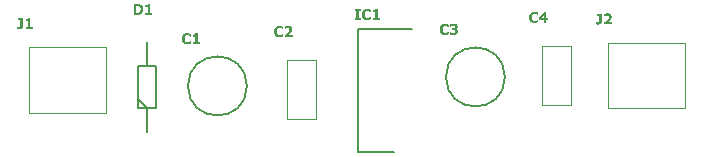
<source format=gto>
G04*
G04 #@! TF.GenerationSoftware,Altium Limited,Altium Designer,23.1.1 (15)*
G04*
G04 Layer_Color=65535*
%FSLAX44Y44*%
%MOMM*%
G71*
G04*
G04 #@! TF.SameCoordinates,192AC858-DC75-4971-91E7-501E18B89E25*
G04*
G04*
G04 #@! TF.FilePolarity,Positive*
G04*
G01*
G75*
%ADD10C,0.2000*%
%ADD11C,0.1000*%
G36*
X325194Y-10734D02*
X325349D01*
X325518Y-10748D01*
X325857Y-10790D01*
X325871D01*
X325927Y-10804D01*
X326012Y-10818D01*
X326124Y-10833D01*
X326251Y-10861D01*
X326392Y-10889D01*
X326702Y-10959D01*
X326716D01*
X326759Y-10973D01*
X326815Y-11002D01*
X326900Y-11030D01*
X326998Y-11058D01*
X327125Y-11114D01*
X327379Y-11213D01*
X327393D01*
X327435Y-11241D01*
X327506Y-11270D01*
X327590Y-11312D01*
X327788Y-11396D01*
X327985Y-11495D01*
Y-13666D01*
X327731D01*
X327717Y-13638D01*
X327633Y-13567D01*
X327492Y-13469D01*
X327323Y-13328D01*
X327309Y-13313D01*
X327280Y-13285D01*
X327224Y-13257D01*
X327153Y-13201D01*
X327069Y-13144D01*
X326984Y-13074D01*
X326759Y-12933D01*
X326745Y-12919D01*
X326702Y-12905D01*
X326632Y-12862D01*
X326547Y-12820D01*
X326434Y-12764D01*
X326322Y-12707D01*
X326040Y-12595D01*
X326026D01*
X325969Y-12566D01*
X325899Y-12552D01*
X325800Y-12524D01*
X325673Y-12496D01*
X325546Y-12482D01*
X325250Y-12454D01*
X325166D01*
X325067Y-12468D01*
X324940D01*
X324799Y-12496D01*
X324644Y-12524D01*
X324489Y-12566D01*
X324334Y-12623D01*
X324320D01*
X324263Y-12651D01*
X324179Y-12693D01*
X324080Y-12750D01*
X323968Y-12820D01*
X323826Y-12919D01*
X323685Y-13032D01*
X323545Y-13159D01*
X323531Y-13173D01*
X323488Y-13229D01*
X323418Y-13299D01*
X323347Y-13412D01*
X323248Y-13539D01*
X323164Y-13708D01*
X323065Y-13892D01*
X322981Y-14103D01*
X322967Y-14131D01*
X322952Y-14202D01*
X322910Y-14329D01*
X322882Y-14498D01*
X322840Y-14709D01*
X322797Y-14949D01*
X322783Y-15217D01*
X322769Y-15513D01*
Y-15527D01*
Y-15555D01*
Y-15597D01*
Y-15654D01*
X322783Y-15809D01*
X322797Y-16006D01*
X322826Y-16232D01*
X322868Y-16471D01*
X322924Y-16711D01*
X322995Y-16937D01*
X323009Y-16965D01*
X323037Y-17035D01*
X323079Y-17134D01*
X323150Y-17275D01*
X323234Y-17416D01*
X323347Y-17571D01*
X323460Y-17726D01*
X323587Y-17867D01*
X323601Y-17881D01*
X323643Y-17923D01*
X323728Y-17980D01*
X323812Y-18064D01*
X323939Y-18149D01*
X324066Y-18233D01*
X324221Y-18304D01*
X324376Y-18374D01*
X324390D01*
X324461Y-18403D01*
X324546Y-18417D01*
X324658Y-18445D01*
X324785Y-18473D01*
X324940Y-18487D01*
X325264Y-18515D01*
X325335D01*
X325434Y-18501D01*
X325546D01*
X325673Y-18487D01*
X325814Y-18459D01*
X326124Y-18374D01*
X326138Y-18360D01*
X326195Y-18346D01*
X326265Y-18318D01*
X326364Y-18276D01*
X326590Y-18163D01*
X326815Y-18036D01*
X326829Y-18022D01*
X326871Y-18008D01*
X326928Y-17966D01*
X326998Y-17923D01*
X327168Y-17796D01*
X327351Y-17655D01*
X327365Y-17641D01*
X327393Y-17627D01*
X327435Y-17585D01*
X327492Y-17543D01*
X327633Y-17430D01*
X327774Y-17303D01*
X327985D01*
Y-19474D01*
X327971D01*
X327943Y-19488D01*
X327886Y-19516D01*
X327816Y-19544D01*
X327731Y-19587D01*
X327633Y-19629D01*
X327393Y-19742D01*
X327379D01*
X327337Y-19770D01*
X327266Y-19798D01*
X327182Y-19826D01*
X327083Y-19869D01*
X326970Y-19911D01*
X326716Y-19995D01*
X326702D01*
X326646Y-20010D01*
X326561Y-20038D01*
X326449Y-20066D01*
X326322Y-20094D01*
X326181Y-20122D01*
X325899Y-20179D01*
X325885D01*
X325828Y-20193D01*
X325744Y-20207D01*
X325631D01*
X325490Y-20221D01*
X325307Y-20235D01*
X325109Y-20249D01*
X324785D01*
X324672Y-20235D01*
X324531D01*
X324362Y-20207D01*
X324151Y-20179D01*
X323925Y-20151D01*
X323685Y-20094D01*
X323432Y-20024D01*
X323164Y-19939D01*
X322896Y-19840D01*
X322628Y-19728D01*
X322346Y-19587D01*
X322093Y-19418D01*
X321839Y-19220D01*
X321599Y-19009D01*
X321585Y-18995D01*
X321543Y-18952D01*
X321486Y-18882D01*
X321416Y-18783D01*
X321317Y-18656D01*
X321219Y-18501D01*
X321106Y-18318D01*
X320993Y-18106D01*
X320880Y-17867D01*
X320768Y-17613D01*
X320669Y-17317D01*
X320570Y-17007D01*
X320500Y-16669D01*
X320443Y-16302D01*
X320401Y-15907D01*
X320387Y-15499D01*
Y-15470D01*
Y-15400D01*
X320401Y-15287D01*
Y-15132D01*
X320429Y-14949D01*
X320457Y-14737D01*
X320485Y-14498D01*
X320542Y-14244D01*
X320598Y-13976D01*
X320683Y-13694D01*
X320782Y-13398D01*
X320894Y-13102D01*
X321035Y-12820D01*
X321204Y-12538D01*
X321388Y-12270D01*
X321599Y-12017D01*
X321613Y-12003D01*
X321656Y-11960D01*
X321726Y-11890D01*
X321825Y-11819D01*
X321937Y-11721D01*
X322093Y-11608D01*
X322262Y-11495D01*
X322459Y-11368D01*
X322685Y-11241D01*
X322924Y-11128D01*
X323206Y-11016D01*
X323488Y-10917D01*
X323798Y-10833D01*
X324137Y-10776D01*
X324489Y-10734D01*
X324870Y-10720D01*
X325067D01*
X325194Y-10734D01*
D02*
G37*
G36*
X333779Y-18459D02*
X335668D01*
Y-20066D01*
X329606D01*
Y-18459D01*
X331538D01*
Y-13624D01*
X329606D01*
Y-12129D01*
X329874D01*
X330001Y-12115D01*
X330142D01*
X330438Y-12087D01*
X330452D01*
X330508Y-12073D01*
X330579Y-12059D01*
X330678Y-12045D01*
X330903Y-11988D01*
X331016Y-11946D01*
X331115Y-11904D01*
X331129Y-11890D01*
X331157Y-11876D01*
X331213Y-11847D01*
X331284Y-11791D01*
X331425Y-11678D01*
X331566Y-11509D01*
X331580Y-11495D01*
X331594Y-11467D01*
X331622Y-11410D01*
X331650Y-11340D01*
X331693Y-11241D01*
X331721Y-11128D01*
X331749Y-11016D01*
X331763Y-10875D01*
X333779D01*
Y-18459D01*
D02*
G37*
G36*
X319400Y-12496D02*
X318075D01*
Y-18459D01*
X319400D01*
Y-20066D01*
X314452D01*
Y-18459D01*
X315777D01*
Y-12496D01*
X314452D01*
Y-10889D01*
X319400D01*
Y-12496D01*
D02*
G37*
G36*
X250933Y-25212D02*
X251088D01*
X251257Y-25226D01*
X251596Y-25268D01*
X251610D01*
X251666Y-25282D01*
X251751Y-25296D01*
X251863Y-25310D01*
X251990Y-25339D01*
X252131Y-25367D01*
X252442Y-25437D01*
X252456D01*
X252498Y-25451D01*
X252554Y-25480D01*
X252639Y-25508D01*
X252738Y-25536D01*
X252864Y-25592D01*
X253118Y-25691D01*
X253132D01*
X253174Y-25719D01*
X253245Y-25747D01*
X253330Y-25790D01*
X253527Y-25874D01*
X253724Y-25973D01*
Y-28144D01*
X253470D01*
X253456Y-28116D01*
X253372Y-28045D01*
X253231Y-27947D01*
X253062Y-27806D01*
X253048Y-27792D01*
X253019Y-27763D01*
X252963Y-27735D01*
X252893Y-27679D01*
X252808Y-27622D01*
X252723Y-27552D01*
X252498Y-27411D01*
X252484Y-27397D01*
X252442Y-27383D01*
X252371Y-27340D01*
X252286Y-27298D01*
X252174Y-27242D01*
X252061Y-27185D01*
X251779Y-27073D01*
X251765D01*
X251708Y-27044D01*
X251638Y-27030D01*
X251539Y-27002D01*
X251412Y-26974D01*
X251285Y-26960D01*
X250989Y-26932D01*
X250905D01*
X250806Y-26946D01*
X250679D01*
X250538Y-26974D01*
X250383Y-27002D01*
X250228Y-27044D01*
X250073Y-27101D01*
X250059D01*
X250003Y-27129D01*
X249918Y-27171D01*
X249819Y-27228D01*
X249707Y-27298D01*
X249566Y-27397D01*
X249425Y-27510D01*
X249284Y-27636D01*
X249270Y-27651D01*
X249227Y-27707D01*
X249157Y-27777D01*
X249086Y-27890D01*
X248988Y-28017D01*
X248903Y-28186D01*
X248804Y-28370D01*
X248720Y-28581D01*
X248706Y-28609D01*
X248692Y-28680D01*
X248649Y-28807D01*
X248621Y-28976D01*
X248579Y-29187D01*
X248537Y-29427D01*
X248522Y-29695D01*
X248508Y-29991D01*
Y-30005D01*
Y-30033D01*
Y-30075D01*
Y-30132D01*
X248522Y-30287D01*
X248537Y-30484D01*
X248565Y-30710D01*
X248607Y-30949D01*
X248664Y-31189D01*
X248734Y-31414D01*
X248748Y-31443D01*
X248776Y-31513D01*
X248818Y-31612D01*
X248889Y-31753D01*
X248974Y-31894D01*
X249086Y-32049D01*
X249199Y-32204D01*
X249326Y-32345D01*
X249340Y-32359D01*
X249382Y-32401D01*
X249467Y-32458D01*
X249552Y-32542D01*
X249678Y-32627D01*
X249805Y-32711D01*
X249960Y-32782D01*
X250116Y-32852D01*
X250130D01*
X250200Y-32881D01*
X250285Y-32895D01*
X250397Y-32923D01*
X250524Y-32951D01*
X250679Y-32965D01*
X251004Y-32993D01*
X251074D01*
X251173Y-32979D01*
X251285D01*
X251412Y-32965D01*
X251553Y-32937D01*
X251863Y-32852D01*
X251878Y-32838D01*
X251934Y-32824D01*
X252004Y-32796D01*
X252103Y-32754D01*
X252329Y-32641D01*
X252554Y-32514D01*
X252568Y-32500D01*
X252611Y-32486D01*
X252667Y-32443D01*
X252738Y-32401D01*
X252907Y-32274D01*
X253090Y-32133D01*
X253104Y-32119D01*
X253132Y-32105D01*
X253174Y-32063D01*
X253231Y-32021D01*
X253372Y-31908D01*
X253513Y-31781D01*
X253724D01*
Y-33952D01*
X253710D01*
X253682Y-33966D01*
X253626Y-33994D01*
X253555Y-34022D01*
X253470Y-34065D01*
X253372Y-34107D01*
X253132Y-34220D01*
X253118D01*
X253076Y-34248D01*
X253005Y-34276D01*
X252921Y-34304D01*
X252822Y-34347D01*
X252709Y-34389D01*
X252456Y-34474D01*
X252442D01*
X252385Y-34488D01*
X252300Y-34516D01*
X252188Y-34544D01*
X252061Y-34572D01*
X251920Y-34600D01*
X251638Y-34657D01*
X251624D01*
X251567Y-34671D01*
X251483Y-34685D01*
X251370D01*
X251229Y-34699D01*
X251046Y-34713D01*
X250849Y-34727D01*
X250524D01*
X250411Y-34713D01*
X250271D01*
X250101Y-34685D01*
X249890Y-34657D01*
X249664Y-34629D01*
X249425Y-34572D01*
X249171Y-34502D01*
X248903Y-34417D01*
X248635Y-34318D01*
X248367Y-34206D01*
X248085Y-34065D01*
X247832Y-33895D01*
X247578Y-33698D01*
X247338Y-33487D01*
X247324Y-33473D01*
X247282Y-33430D01*
X247226Y-33360D01*
X247155Y-33261D01*
X247056Y-33134D01*
X246958Y-32979D01*
X246845Y-32796D01*
X246732Y-32585D01*
X246619Y-32345D01*
X246507Y-32091D01*
X246408Y-31795D01*
X246309Y-31485D01*
X246239Y-31147D01*
X246182Y-30780D01*
X246140Y-30385D01*
X246126Y-29977D01*
Y-29948D01*
Y-29878D01*
X246140Y-29765D01*
Y-29610D01*
X246168Y-29427D01*
X246196Y-29215D01*
X246225Y-28976D01*
X246281Y-28722D01*
X246338Y-28454D01*
X246422Y-28172D01*
X246521Y-27876D01*
X246633Y-27580D01*
X246775Y-27298D01*
X246944Y-27016D01*
X247127Y-26748D01*
X247338Y-26495D01*
X247352Y-26481D01*
X247395Y-26438D01*
X247465Y-26368D01*
X247564Y-26297D01*
X247677Y-26199D01*
X247832Y-26086D01*
X248001Y-25973D01*
X248198Y-25846D01*
X248424Y-25719D01*
X248664Y-25607D01*
X248945Y-25494D01*
X249227Y-25395D01*
X249538Y-25310D01*
X249876Y-25254D01*
X250228Y-25212D01*
X250609Y-25198D01*
X250806D01*
X250933Y-25212D01*
D02*
G37*
G36*
X258348D02*
X258489Y-25226D01*
X258644Y-25240D01*
X258813Y-25254D01*
X259011Y-25282D01*
X259405Y-25381D01*
X259814Y-25508D01*
X260026Y-25592D01*
X260209Y-25691D01*
X260392Y-25804D01*
X260561Y-25931D01*
X260575Y-25945D01*
X260604Y-25959D01*
X260646Y-26001D01*
X260688Y-26072D01*
X260759Y-26142D01*
X260829Y-26227D01*
X260900Y-26339D01*
X260984Y-26466D01*
X261069Y-26593D01*
X261139Y-26748D01*
X261210Y-26918D01*
X261280Y-27101D01*
X261323Y-27298D01*
X261365Y-27510D01*
X261393Y-27735D01*
X261407Y-27975D01*
Y-27989D01*
Y-28017D01*
Y-28059D01*
Y-28116D01*
X261393Y-28186D01*
Y-28271D01*
X261365Y-28482D01*
X261308Y-28722D01*
X261238Y-28990D01*
X261139Y-29272D01*
X261012Y-29568D01*
Y-29582D01*
X260998Y-29596D01*
X260970Y-29638D01*
X260942Y-29709D01*
X260900Y-29779D01*
X260843Y-29864D01*
X260716Y-30061D01*
X260533Y-30315D01*
X260322Y-30597D01*
X260054Y-30907D01*
X259744Y-31231D01*
X259715Y-31259D01*
X259645Y-31330D01*
X259546Y-31429D01*
X259405Y-31555D01*
X259236Y-31711D01*
X259067Y-31880D01*
X258672Y-32218D01*
X258644Y-32232D01*
X258588Y-32288D01*
X258489Y-32359D01*
X258376Y-32443D01*
X258137Y-32641D01*
X258010Y-32740D01*
X257911Y-32810D01*
X261802D01*
Y-34544D01*
X255063D01*
Y-33050D01*
X255078Y-33036D01*
X255106Y-33022D01*
X255148Y-32979D01*
X255205Y-32937D01*
X255374Y-32810D01*
X255571Y-32641D01*
X255811Y-32443D01*
X256064Y-32232D01*
X256332Y-32006D01*
X256586Y-31781D01*
X256600Y-31767D01*
X256614Y-31753D01*
X256699Y-31682D01*
X256826Y-31555D01*
X256995Y-31414D01*
X257192Y-31231D01*
X257390Y-31034D01*
X257601Y-30837D01*
X257798Y-30625D01*
X257812Y-30611D01*
X257826Y-30597D01*
X257911Y-30512D01*
X258024Y-30371D01*
X258179Y-30202D01*
X258334Y-30019D01*
X258489Y-29807D01*
X258644Y-29596D01*
X258771Y-29385D01*
X258785Y-29356D01*
X258813Y-29286D01*
X258870Y-29187D01*
X258926Y-29046D01*
X258983Y-28877D01*
X259039Y-28694D01*
X259067Y-28496D01*
X259081Y-28285D01*
Y-28271D01*
Y-28257D01*
Y-28186D01*
X259067Y-28059D01*
X259039Y-27918D01*
X258983Y-27763D01*
X258912Y-27608D01*
X258813Y-27453D01*
X258686Y-27312D01*
X258672Y-27298D01*
X258616Y-27256D01*
X258531Y-27199D01*
X258419Y-27129D01*
X258263Y-27073D01*
X258080Y-27016D01*
X257869Y-26974D01*
X257629Y-26960D01*
X257502D01*
X257418Y-26974D01*
X257319Y-26988D01*
X257206Y-27002D01*
X256967Y-27058D01*
X256952D01*
X256910Y-27073D01*
X256854Y-27087D01*
X256769Y-27115D01*
X256671Y-27143D01*
X256572Y-27185D01*
X256332Y-27270D01*
X256318D01*
X256276Y-27298D01*
X256220Y-27326D01*
X256149Y-27355D01*
X255980Y-27453D01*
X255797Y-27566D01*
X255782D01*
X255754Y-27594D01*
X255670Y-27651D01*
X255557Y-27721D01*
X255458Y-27777D01*
X255289D01*
Y-25776D01*
X255303Y-25762D01*
X255359Y-25747D01*
X255458Y-25705D01*
X255585Y-25663D01*
X255754Y-25607D01*
X255952Y-25536D01*
X256205Y-25466D01*
X256487Y-25395D01*
X256501D01*
X256530Y-25381D01*
X256572D01*
X256628Y-25367D01*
X256699Y-25353D01*
X256797Y-25339D01*
X256995Y-25296D01*
X257248Y-25254D01*
X257516Y-25226D01*
X257798Y-25212D01*
X258080Y-25198D01*
X258235D01*
X258348Y-25212D01*
D02*
G37*
G36*
X172701Y-31308D02*
X172856D01*
X173025Y-31322D01*
X173364Y-31364D01*
X173378D01*
X173434Y-31378D01*
X173519Y-31392D01*
X173631Y-31407D01*
X173758Y-31435D01*
X173899Y-31463D01*
X174209Y-31533D01*
X174224D01*
X174266Y-31547D01*
X174322Y-31576D01*
X174407Y-31604D01*
X174506Y-31632D01*
X174632Y-31688D01*
X174886Y-31787D01*
X174900D01*
X174942Y-31815D01*
X175013Y-31844D01*
X175098Y-31886D01*
X175295Y-31970D01*
X175492Y-32069D01*
Y-34240D01*
X175238D01*
X175224Y-34212D01*
X175140Y-34141D01*
X174999Y-34043D01*
X174830Y-33902D01*
X174816Y-33888D01*
X174787Y-33859D01*
X174731Y-33831D01*
X174661Y-33775D01*
X174576Y-33718D01*
X174491Y-33648D01*
X174266Y-33507D01*
X174252Y-33493D01*
X174209Y-33479D01*
X174139Y-33436D01*
X174054Y-33394D01*
X173942Y-33338D01*
X173829Y-33281D01*
X173547Y-33169D01*
X173533D01*
X173476Y-33140D01*
X173406Y-33126D01*
X173307Y-33098D01*
X173180Y-33070D01*
X173053Y-33056D01*
X172757Y-33028D01*
X172673D01*
X172574Y-33042D01*
X172447D01*
X172306Y-33070D01*
X172151Y-33098D01*
X171996Y-33140D01*
X171841Y-33197D01*
X171827D01*
X171771Y-33225D01*
X171686Y-33267D01*
X171587Y-33324D01*
X171475Y-33394D01*
X171334Y-33493D01*
X171193Y-33606D01*
X171052Y-33733D01*
X171038Y-33747D01*
X170995Y-33803D01*
X170925Y-33873D01*
X170854Y-33986D01*
X170756Y-34113D01*
X170671Y-34282D01*
X170572Y-34465D01*
X170488Y-34677D01*
X170474Y-34705D01*
X170460Y-34776D01*
X170417Y-34903D01*
X170389Y-35072D01*
X170347Y-35283D01*
X170305Y-35523D01*
X170291Y-35791D01*
X170276Y-36087D01*
Y-36101D01*
Y-36129D01*
Y-36171D01*
Y-36228D01*
X170291Y-36383D01*
X170305Y-36580D01*
X170333Y-36806D01*
X170375Y-37045D01*
X170431Y-37285D01*
X170502Y-37510D01*
X170516Y-37539D01*
X170544Y-37609D01*
X170586Y-37708D01*
X170657Y-37849D01*
X170742Y-37990D01*
X170854Y-38145D01*
X170967Y-38300D01*
X171094Y-38441D01*
X171108Y-38455D01*
X171150Y-38497D01*
X171235Y-38554D01*
X171320Y-38638D01*
X171446Y-38723D01*
X171573Y-38807D01*
X171728Y-38878D01*
X171884Y-38948D01*
X171898D01*
X171968Y-38977D01*
X172053Y-38991D01*
X172165Y-39019D01*
X172292Y-39047D01*
X172447Y-39061D01*
X172772Y-39089D01*
X172842D01*
X172941Y-39075D01*
X173053D01*
X173180Y-39061D01*
X173321Y-39033D01*
X173631Y-38948D01*
X173646Y-38934D01*
X173702Y-38920D01*
X173772Y-38892D01*
X173871Y-38850D01*
X174097Y-38737D01*
X174322Y-38610D01*
X174336Y-38596D01*
X174379Y-38582D01*
X174435Y-38540D01*
X174506Y-38497D01*
X174675Y-38370D01*
X174858Y-38229D01*
X174872Y-38215D01*
X174900Y-38201D01*
X174942Y-38159D01*
X174999Y-38117D01*
X175140Y-38004D01*
X175281Y-37877D01*
X175492D01*
Y-40048D01*
X175478D01*
X175450Y-40062D01*
X175394Y-40090D01*
X175323Y-40118D01*
X175238Y-40161D01*
X175140Y-40203D01*
X174900Y-40316D01*
X174886D01*
X174844Y-40344D01*
X174773Y-40372D01*
X174689Y-40400D01*
X174590Y-40443D01*
X174477Y-40485D01*
X174224Y-40570D01*
X174209D01*
X174153Y-40584D01*
X174069Y-40612D01*
X173956Y-40640D01*
X173829Y-40668D01*
X173688Y-40696D01*
X173406Y-40753D01*
X173392D01*
X173335Y-40767D01*
X173251Y-40781D01*
X173138D01*
X172997Y-40795D01*
X172814Y-40809D01*
X172617Y-40823D01*
X172292D01*
X172180Y-40809D01*
X172038D01*
X171869Y-40781D01*
X171658Y-40753D01*
X171432Y-40725D01*
X171193Y-40668D01*
X170939Y-40598D01*
X170671Y-40513D01*
X170403Y-40414D01*
X170135Y-40302D01*
X169853Y-40161D01*
X169600Y-39992D01*
X169346Y-39794D01*
X169106Y-39583D01*
X169092Y-39569D01*
X169050Y-39526D01*
X168994Y-39456D01*
X168923Y-39357D01*
X168824Y-39230D01*
X168726Y-39075D01*
X168613Y-38892D01*
X168500Y-38681D01*
X168387Y-38441D01*
X168275Y-38187D01*
X168176Y-37891D01*
X168077Y-37581D01*
X168007Y-37243D01*
X167950Y-36876D01*
X167908Y-36481D01*
X167894Y-36073D01*
Y-36044D01*
Y-35974D01*
X167908Y-35861D01*
Y-35706D01*
X167936Y-35523D01*
X167964Y-35311D01*
X167993Y-35072D01*
X168049Y-34818D01*
X168106Y-34550D01*
X168190Y-34268D01*
X168289Y-33972D01*
X168402Y-33676D01*
X168542Y-33394D01*
X168712Y-33112D01*
X168895Y-32844D01*
X169106Y-32591D01*
X169120Y-32576D01*
X169163Y-32534D01*
X169233Y-32464D01*
X169332Y-32393D01*
X169445Y-32295D01*
X169600Y-32182D01*
X169769Y-32069D01*
X169966Y-31942D01*
X170192Y-31815D01*
X170431Y-31702D01*
X170713Y-31590D01*
X170995Y-31491D01*
X171306Y-31407D01*
X171644Y-31350D01*
X171996Y-31308D01*
X172377Y-31294D01*
X172574D01*
X172701Y-31308D01*
D02*
G37*
G36*
X181286Y-39033D02*
X183175D01*
Y-40640D01*
X177113D01*
Y-39033D01*
X179045D01*
Y-34198D01*
X177113D01*
Y-32703D01*
X177381D01*
X177508Y-32689D01*
X177649D01*
X177945Y-32661D01*
X177959D01*
X178016Y-32647D01*
X178086Y-32633D01*
X178185Y-32619D01*
X178410Y-32562D01*
X178523Y-32520D01*
X178622Y-32478D01*
X178636Y-32464D01*
X178664Y-32450D01*
X178720Y-32421D01*
X178791Y-32365D01*
X178932Y-32252D01*
X179073Y-32083D01*
X179087Y-32069D01*
X179101Y-32041D01*
X179129Y-31984D01*
X179158Y-31914D01*
X179200Y-31815D01*
X179228Y-31702D01*
X179256Y-31590D01*
X179270Y-31449D01*
X181286D01*
Y-39033D01*
D02*
G37*
G36*
X466833Y-13274D02*
X466988D01*
X467157Y-13288D01*
X467496Y-13330D01*
X467510D01*
X467566Y-13344D01*
X467651Y-13358D01*
X467763Y-13372D01*
X467890Y-13401D01*
X468031Y-13429D01*
X468341Y-13499D01*
X468356D01*
X468398Y-13513D01*
X468454Y-13542D01*
X468539Y-13570D01*
X468638Y-13598D01*
X468764Y-13654D01*
X469018Y-13753D01*
X469032D01*
X469075Y-13781D01*
X469145Y-13809D01*
X469230Y-13852D01*
X469427Y-13936D01*
X469624Y-14035D01*
Y-16206D01*
X469370D01*
X469356Y-16178D01*
X469272Y-16107D01*
X469131Y-16009D01*
X468962Y-15868D01*
X468948Y-15854D01*
X468919Y-15825D01*
X468863Y-15797D01*
X468793Y-15741D01*
X468708Y-15684D01*
X468623Y-15614D01*
X468398Y-15473D01*
X468384Y-15459D01*
X468341Y-15445D01*
X468271Y-15402D01*
X468186Y-15360D01*
X468074Y-15304D01*
X467961Y-15247D01*
X467679Y-15135D01*
X467665D01*
X467608Y-15106D01*
X467538Y-15092D01*
X467439Y-15064D01*
X467312Y-15036D01*
X467186Y-15022D01*
X466889Y-14994D01*
X466805D01*
X466706Y-15008D01*
X466579D01*
X466438Y-15036D01*
X466283Y-15064D01*
X466128Y-15106D01*
X465973Y-15163D01*
X465959D01*
X465903Y-15191D01*
X465818Y-15233D01*
X465719Y-15290D01*
X465607Y-15360D01*
X465466Y-15459D01*
X465325Y-15572D01*
X465184Y-15698D01*
X465170Y-15713D01*
X465127Y-15769D01*
X465057Y-15839D01*
X464986Y-15952D01*
X464888Y-16079D01*
X464803Y-16248D01*
X464704Y-16431D01*
X464620Y-16643D01*
X464606Y-16671D01*
X464592Y-16742D01*
X464549Y-16868D01*
X464521Y-17038D01*
X464479Y-17249D01*
X464437Y-17489D01*
X464422Y-17757D01*
X464408Y-18053D01*
Y-18067D01*
Y-18095D01*
Y-18137D01*
Y-18194D01*
X464422Y-18349D01*
X464437Y-18546D01*
X464465Y-18772D01*
X464507Y-19011D01*
X464563Y-19251D01*
X464634Y-19476D01*
X464648Y-19505D01*
X464676Y-19575D01*
X464719Y-19674D01*
X464789Y-19815D01*
X464874Y-19956D01*
X464986Y-20111D01*
X465099Y-20266D01*
X465226Y-20407D01*
X465240Y-20421D01*
X465282Y-20463D01*
X465367Y-20520D01*
X465452Y-20604D01*
X465578Y-20689D01*
X465705Y-20773D01*
X465860Y-20844D01*
X466016Y-20914D01*
X466030D01*
X466100Y-20943D01*
X466185Y-20957D01*
X466297Y-20985D01*
X466424Y-21013D01*
X466579Y-21027D01*
X466904Y-21055D01*
X466974D01*
X467073Y-21041D01*
X467186D01*
X467312Y-21027D01*
X467453Y-20999D01*
X467763Y-20914D01*
X467778Y-20900D01*
X467834Y-20886D01*
X467904Y-20858D01*
X468003Y-20816D01*
X468229Y-20703D01*
X468454Y-20576D01*
X468468Y-20562D01*
X468511Y-20548D01*
X468567Y-20505D01*
X468638Y-20463D01*
X468807Y-20336D01*
X468990Y-20195D01*
X469004Y-20181D01*
X469032Y-20167D01*
X469075Y-20125D01*
X469131Y-20083D01*
X469272Y-19970D01*
X469413Y-19843D01*
X469624D01*
Y-22014D01*
X469610D01*
X469582Y-22028D01*
X469526Y-22056D01*
X469455Y-22084D01*
X469370Y-22127D01*
X469272Y-22169D01*
X469032Y-22282D01*
X469018D01*
X468976Y-22310D01*
X468905Y-22338D01*
X468821Y-22366D01*
X468722Y-22409D01*
X468609Y-22451D01*
X468356Y-22536D01*
X468341D01*
X468285Y-22550D01*
X468200Y-22578D01*
X468088Y-22606D01*
X467961Y-22634D01*
X467820Y-22662D01*
X467538Y-22719D01*
X467524D01*
X467467Y-22733D01*
X467383Y-22747D01*
X467270D01*
X467129Y-22761D01*
X466946Y-22775D01*
X466749Y-22789D01*
X466424D01*
X466311Y-22775D01*
X466171D01*
X466001Y-22747D01*
X465790Y-22719D01*
X465564Y-22691D01*
X465325Y-22634D01*
X465071Y-22564D01*
X464803Y-22479D01*
X464535Y-22380D01*
X464267Y-22268D01*
X463985Y-22127D01*
X463732Y-21957D01*
X463478Y-21760D01*
X463238Y-21549D01*
X463224Y-21535D01*
X463182Y-21492D01*
X463126Y-21422D01*
X463055Y-21323D01*
X462956Y-21196D01*
X462858Y-21041D01*
X462745Y-20858D01*
X462632Y-20647D01*
X462519Y-20407D01*
X462407Y-20153D01*
X462308Y-19857D01*
X462209Y-19547D01*
X462139Y-19209D01*
X462082Y-18842D01*
X462040Y-18447D01*
X462026Y-18039D01*
Y-18010D01*
Y-17940D01*
X462040Y-17827D01*
Y-17672D01*
X462068Y-17489D01*
X462096Y-17277D01*
X462125Y-17038D01*
X462181Y-16784D01*
X462238Y-16516D01*
X462322Y-16234D01*
X462421Y-15938D01*
X462533Y-15642D01*
X462674Y-15360D01*
X462844Y-15078D01*
X463027Y-14810D01*
X463238Y-14557D01*
X463252Y-14542D01*
X463295Y-14500D01*
X463365Y-14430D01*
X463464Y-14359D01*
X463577Y-14261D01*
X463732Y-14148D01*
X463901Y-14035D01*
X464098Y-13908D01*
X464324Y-13781D01*
X464563Y-13669D01*
X464845Y-13556D01*
X465127Y-13457D01*
X465438Y-13372D01*
X465776Y-13316D01*
X466128Y-13274D01*
X466509Y-13260D01*
X466706D01*
X466833Y-13274D01*
D02*
G37*
G36*
X476574Y-18814D02*
X477815D01*
Y-20463D01*
X476574D01*
Y-22634D01*
X474333D01*
Y-20463D01*
X470315D01*
Y-18757D01*
X474248Y-13429D01*
X476574D01*
Y-18814D01*
D02*
G37*
G36*
X33635Y-24994D02*
Y-25022D01*
Y-25092D01*
X33621Y-25219D01*
X33607Y-25360D01*
X33579Y-25543D01*
X33551Y-25726D01*
X33495Y-25938D01*
X33424Y-26135D01*
X33410Y-26163D01*
X33382Y-26220D01*
X33339Y-26319D01*
X33269Y-26446D01*
X33184Y-26586D01*
X33086Y-26727D01*
X32959Y-26883D01*
X32804Y-27023D01*
X32790Y-27037D01*
X32719Y-27094D01*
X32635Y-27164D01*
X32494Y-27263D01*
X32339Y-27362D01*
X32155Y-27460D01*
X31944Y-27559D01*
X31718Y-27644D01*
X31690Y-27658D01*
X31606Y-27672D01*
X31479Y-27700D01*
X31309Y-27728D01*
X31098Y-27771D01*
X30844Y-27799D01*
X30576Y-27813D01*
X30280Y-27827D01*
X30055D01*
X29900Y-27813D01*
X29731D01*
X29533Y-27799D01*
X29124Y-27771D01*
X29096D01*
X29040Y-27757D01*
X28941D01*
X28814Y-27742D01*
X28659Y-27728D01*
X28504Y-27700D01*
X28194Y-27658D01*
Y-25797D01*
X28405D01*
X28434Y-25811D01*
X28490Y-25839D01*
X28575Y-25868D01*
X28758Y-25938D01*
X28969Y-26009D01*
X28983D01*
X29026Y-26023D01*
X29096Y-26037D01*
X29181Y-26051D01*
X29294Y-26065D01*
X29434Y-26079D01*
X29590Y-26093D01*
X29857D01*
X29970Y-26079D01*
X30097Y-26065D01*
X30252Y-26051D01*
X30407Y-26023D01*
X30562Y-25980D01*
X30689Y-25924D01*
X30703Y-25910D01*
X30746Y-25896D01*
X30802Y-25853D01*
X30872Y-25797D01*
X30957Y-25726D01*
X31028Y-25656D01*
X31098Y-25557D01*
X31154Y-25445D01*
Y-25431D01*
X31183Y-25388D01*
X31197Y-25332D01*
X31225Y-25247D01*
X31253Y-25148D01*
X31281Y-25022D01*
X31309Y-24754D01*
Y-24740D01*
Y-24683D01*
X31323Y-24599D01*
Y-24500D01*
Y-24359D01*
X31338Y-24218D01*
Y-24049D01*
Y-23866D01*
Y-20186D01*
X29237D01*
Y-18509D01*
X33635D01*
Y-24994D01*
D02*
G37*
G36*
X39852Y-26079D02*
X41741D01*
Y-27686D01*
X35680D01*
Y-26079D01*
X37611D01*
Y-21244D01*
X35680D01*
Y-19749D01*
X35947D01*
X36074Y-19735D01*
X36215D01*
X36511Y-19707D01*
X36525D01*
X36582Y-19693D01*
X36652Y-19679D01*
X36751Y-19665D01*
X36976Y-19608D01*
X37089Y-19566D01*
X37188Y-19524D01*
X37202Y-19510D01*
X37230Y-19496D01*
X37287Y-19467D01*
X37357Y-19411D01*
X37498Y-19298D01*
X37639Y-19129D01*
X37653Y-19115D01*
X37667Y-19087D01*
X37695Y-19030D01*
X37724Y-18960D01*
X37766Y-18861D01*
X37794Y-18749D01*
X37822Y-18636D01*
X37836Y-18495D01*
X39852D01*
Y-26079D01*
D02*
G37*
G36*
X523855Y-21184D02*
Y-21212D01*
Y-21282D01*
X523841Y-21409D01*
X523827Y-21550D01*
X523799Y-21733D01*
X523771Y-21916D01*
X523714Y-22128D01*
X523644Y-22325D01*
X523630Y-22353D01*
X523602Y-22410D01*
X523559Y-22509D01*
X523489Y-22636D01*
X523404Y-22776D01*
X523306Y-22917D01*
X523179Y-23073D01*
X523024Y-23213D01*
X523010Y-23228D01*
X522939Y-23284D01*
X522855Y-23354D01*
X522714Y-23453D01*
X522559Y-23552D01*
X522375Y-23650D01*
X522164Y-23749D01*
X521938Y-23834D01*
X521910Y-23848D01*
X521825Y-23862D01*
X521699Y-23890D01*
X521529Y-23918D01*
X521318Y-23961D01*
X521064Y-23989D01*
X520796Y-24003D01*
X520500Y-24017D01*
X520275D01*
X520120Y-24003D01*
X519951D01*
X519753Y-23989D01*
X519344Y-23961D01*
X519316D01*
X519260Y-23946D01*
X519161D01*
X519034Y-23932D01*
X518879Y-23918D01*
X518724Y-23890D01*
X518414Y-23848D01*
Y-21987D01*
X518625D01*
X518654Y-22001D01*
X518710Y-22029D01*
X518795Y-22057D01*
X518978Y-22128D01*
X519189Y-22199D01*
X519203D01*
X519246Y-22213D01*
X519316Y-22227D01*
X519401Y-22241D01*
X519514Y-22255D01*
X519655Y-22269D01*
X519810Y-22283D01*
X520077D01*
X520190Y-22269D01*
X520317Y-22255D01*
X520472Y-22241D01*
X520627Y-22213D01*
X520782Y-22170D01*
X520909Y-22114D01*
X520923Y-22100D01*
X520966Y-22086D01*
X521022Y-22043D01*
X521092Y-21987D01*
X521177Y-21916D01*
X521247Y-21846D01*
X521318Y-21747D01*
X521374Y-21635D01*
Y-21621D01*
X521403Y-21578D01*
X521417Y-21522D01*
X521445Y-21437D01*
X521473Y-21339D01*
X521501Y-21212D01*
X521529Y-20944D01*
Y-20930D01*
Y-20873D01*
X521544Y-20789D01*
Y-20690D01*
Y-20549D01*
X521558Y-20408D01*
Y-20239D01*
Y-20056D01*
Y-16376D01*
X519457D01*
Y-14699D01*
X523855D01*
Y-21184D01*
D02*
G37*
G36*
X528902Y-14544D02*
X529043Y-14558D01*
X529198Y-14572D01*
X529367Y-14586D01*
X529565Y-14614D01*
X529959Y-14713D01*
X530368Y-14840D01*
X530580Y-14924D01*
X530763Y-15023D01*
X530946Y-15136D01*
X531115Y-15263D01*
X531129Y-15277D01*
X531158Y-15291D01*
X531200Y-15333D01*
X531242Y-15404D01*
X531313Y-15474D01*
X531383Y-15559D01*
X531454Y-15671D01*
X531538Y-15798D01*
X531623Y-15925D01*
X531693Y-16080D01*
X531764Y-16250D01*
X531834Y-16433D01*
X531877Y-16630D01*
X531919Y-16842D01*
X531947Y-17067D01*
X531961Y-17307D01*
Y-17321D01*
Y-17349D01*
Y-17391D01*
Y-17448D01*
X531947Y-17518D01*
Y-17603D01*
X531919Y-17814D01*
X531862Y-18054D01*
X531792Y-18322D01*
X531693Y-18604D01*
X531567Y-18900D01*
Y-18914D01*
X531552Y-18928D01*
X531524Y-18970D01*
X531496Y-19041D01*
X531454Y-19111D01*
X531397Y-19196D01*
X531270Y-19393D01*
X531087Y-19647D01*
X530876Y-19929D01*
X530608Y-20239D01*
X530298Y-20563D01*
X530270Y-20591D01*
X530199Y-20662D01*
X530100Y-20761D01*
X529959Y-20887D01*
X529790Y-21042D01*
X529621Y-21212D01*
X529226Y-21550D01*
X529198Y-21564D01*
X529142Y-21621D01*
X529043Y-21691D01*
X528930Y-21776D01*
X528691Y-21973D01*
X528564Y-22072D01*
X528465Y-22142D01*
X532356D01*
Y-23876D01*
X525618D01*
Y-22382D01*
X525632Y-22368D01*
X525660Y-22353D01*
X525702Y-22311D01*
X525759Y-22269D01*
X525928Y-22142D01*
X526125Y-21973D01*
X526365Y-21776D01*
X526618Y-21564D01*
X526886Y-21339D01*
X527140Y-21113D01*
X527154Y-21099D01*
X527168Y-21085D01*
X527253Y-21014D01*
X527380Y-20887D01*
X527549Y-20747D01*
X527746Y-20563D01*
X527944Y-20366D01*
X528155Y-20168D01*
X528352Y-19957D01*
X528367Y-19943D01*
X528381Y-19929D01*
X528465Y-19844D01*
X528578Y-19703D01*
X528733Y-19534D01*
X528888Y-19351D01*
X529043Y-19139D01*
X529198Y-18928D01*
X529325Y-18716D01*
X529339Y-18688D01*
X529367Y-18618D01*
X529424Y-18519D01*
X529480Y-18378D01*
X529537Y-18209D01*
X529593Y-18026D01*
X529621Y-17828D01*
X529635Y-17617D01*
Y-17603D01*
Y-17589D01*
Y-17518D01*
X529621Y-17391D01*
X529593Y-17250D01*
X529537Y-17095D01*
X529466Y-16940D01*
X529367Y-16785D01*
X529240Y-16644D01*
X529226Y-16630D01*
X529170Y-16588D01*
X529085Y-16531D01*
X528973Y-16461D01*
X528818Y-16405D01*
X528634Y-16348D01*
X528423Y-16306D01*
X528183Y-16292D01*
X528056D01*
X527972Y-16306D01*
X527873Y-16320D01*
X527760Y-16334D01*
X527521Y-16391D01*
X527507D01*
X527464Y-16405D01*
X527408Y-16419D01*
X527323Y-16447D01*
X527225Y-16475D01*
X527126Y-16517D01*
X526886Y-16602D01*
X526872D01*
X526830Y-16630D01*
X526773Y-16658D01*
X526703Y-16687D01*
X526534Y-16785D01*
X526351Y-16898D01*
X526337D01*
X526308Y-16926D01*
X526224Y-16983D01*
X526111Y-17053D01*
X526012Y-17109D01*
X525843D01*
Y-15108D01*
X525857Y-15094D01*
X525914Y-15079D01*
X526012Y-15037D01*
X526139Y-14995D01*
X526308Y-14938D01*
X526506Y-14868D01*
X526759Y-14798D01*
X527041Y-14727D01*
X527056D01*
X527084Y-14713D01*
X527126D01*
X527182Y-14699D01*
X527253Y-14685D01*
X527351Y-14671D01*
X527549Y-14628D01*
X527803Y-14586D01*
X528070Y-14558D01*
X528352Y-14544D01*
X528634Y-14530D01*
X528789D01*
X528902Y-14544D01*
D02*
G37*
G36*
X391141Y-23434D02*
X391296D01*
X391465Y-23448D01*
X391804Y-23490D01*
X391818D01*
X391874Y-23504D01*
X391959Y-23518D01*
X392071Y-23533D01*
X392198Y-23561D01*
X392339Y-23589D01*
X392649Y-23659D01*
X392664D01*
X392706Y-23673D01*
X392762Y-23702D01*
X392847Y-23730D01*
X392946Y-23758D01*
X393072Y-23814D01*
X393326Y-23913D01*
X393340D01*
X393382Y-23941D01*
X393453Y-23970D01*
X393538Y-24012D01*
X393735Y-24096D01*
X393932Y-24195D01*
Y-26366D01*
X393679D01*
X393664Y-26338D01*
X393580Y-26267D01*
X393439Y-26169D01*
X393270Y-26028D01*
X393256Y-26014D01*
X393227Y-25985D01*
X393171Y-25957D01*
X393101Y-25901D01*
X393016Y-25844D01*
X392931Y-25774D01*
X392706Y-25633D01*
X392692Y-25619D01*
X392649Y-25605D01*
X392579Y-25562D01*
X392494Y-25520D01*
X392382Y-25464D01*
X392269Y-25407D01*
X391987Y-25295D01*
X391973D01*
X391916Y-25266D01*
X391846Y-25252D01*
X391747Y-25224D01*
X391620Y-25196D01*
X391493Y-25182D01*
X391198Y-25154D01*
X391113D01*
X391014Y-25168D01*
X390887D01*
X390746Y-25196D01*
X390591Y-25224D01*
X390436Y-25266D01*
X390281Y-25323D01*
X390267D01*
X390211Y-25351D01*
X390126Y-25393D01*
X390027Y-25450D01*
X389915Y-25520D01*
X389774Y-25619D01*
X389633Y-25732D01*
X389492Y-25859D01*
X389478Y-25873D01*
X389435Y-25929D01*
X389365Y-25999D01*
X389294Y-26112D01*
X389196Y-26239D01*
X389111Y-26408D01*
X389012Y-26591D01*
X388928Y-26803D01*
X388914Y-26831D01*
X388900Y-26902D01*
X388857Y-27029D01*
X388829Y-27198D01*
X388787Y-27409D01*
X388745Y-27649D01*
X388731Y-27917D01*
X388716Y-28213D01*
Y-28227D01*
Y-28255D01*
Y-28297D01*
Y-28354D01*
X388731Y-28509D01*
X388745Y-28706D01*
X388773Y-28932D01*
X388815Y-29171D01*
X388871Y-29411D01*
X388942Y-29636D01*
X388956Y-29665D01*
X388984Y-29735D01*
X389026Y-29834D01*
X389097Y-29975D01*
X389182Y-30116D01*
X389294Y-30271D01*
X389407Y-30426D01*
X389534Y-30567D01*
X389548Y-30581D01*
X389590Y-30623D01*
X389675Y-30680D01*
X389760Y-30764D01*
X389886Y-30849D01*
X390013Y-30933D01*
X390168Y-31004D01*
X390323Y-31074D01*
X390337D01*
X390408Y-31103D01*
X390493Y-31117D01*
X390605Y-31145D01*
X390732Y-31173D01*
X390887Y-31187D01*
X391212Y-31215D01*
X391282D01*
X391381Y-31201D01*
X391493D01*
X391620Y-31187D01*
X391761Y-31159D01*
X392071Y-31074D01*
X392086Y-31060D01*
X392142Y-31046D01*
X392212Y-31018D01*
X392311Y-30976D01*
X392537Y-30863D01*
X392762Y-30736D01*
X392776Y-30722D01*
X392819Y-30708D01*
X392875Y-30666D01*
X392946Y-30623D01*
X393115Y-30496D01*
X393298Y-30355D01*
X393312Y-30341D01*
X393340Y-30327D01*
X393382Y-30285D01*
X393439Y-30243D01*
X393580Y-30130D01*
X393721Y-30003D01*
X393932D01*
Y-32174D01*
X393918D01*
X393890Y-32188D01*
X393834Y-32216D01*
X393763Y-32244D01*
X393679Y-32287D01*
X393580Y-32329D01*
X393340Y-32442D01*
X393326D01*
X393284Y-32470D01*
X393213Y-32498D01*
X393129Y-32526D01*
X393030Y-32569D01*
X392917Y-32611D01*
X392664Y-32696D01*
X392649D01*
X392593Y-32710D01*
X392509Y-32738D01*
X392396Y-32766D01*
X392269Y-32794D01*
X392128Y-32822D01*
X391846Y-32879D01*
X391832D01*
X391775Y-32893D01*
X391691Y-32907D01*
X391578D01*
X391437Y-32921D01*
X391254Y-32935D01*
X391057Y-32949D01*
X390732D01*
X390620Y-32935D01*
X390479D01*
X390309Y-32907D01*
X390098Y-32879D01*
X389872Y-32851D01*
X389633Y-32794D01*
X389379Y-32724D01*
X389111Y-32639D01*
X388843Y-32540D01*
X388575Y-32428D01*
X388293Y-32287D01*
X388040Y-32118D01*
X387786Y-31920D01*
X387546Y-31709D01*
X387532Y-31695D01*
X387490Y-31652D01*
X387434Y-31582D01*
X387363Y-31483D01*
X387264Y-31356D01*
X387166Y-31201D01*
X387053Y-31018D01*
X386940Y-30807D01*
X386827Y-30567D01*
X386715Y-30313D01*
X386616Y-30017D01*
X386517Y-29707D01*
X386447Y-29369D01*
X386390Y-29002D01*
X386348Y-28607D01*
X386334Y-28199D01*
Y-28170D01*
Y-28100D01*
X386348Y-27987D01*
Y-27832D01*
X386376Y-27649D01*
X386404Y-27437D01*
X386433Y-27198D01*
X386489Y-26944D01*
X386545Y-26676D01*
X386630Y-26394D01*
X386729Y-26098D01*
X386842Y-25802D01*
X386982Y-25520D01*
X387152Y-25238D01*
X387335Y-24970D01*
X387546Y-24717D01*
X387560Y-24702D01*
X387603Y-24660D01*
X387673Y-24590D01*
X387772Y-24519D01*
X387885Y-24421D01*
X388040Y-24308D01*
X388209Y-24195D01*
X388406Y-24068D01*
X388632Y-23941D01*
X388871Y-23828D01*
X389153Y-23716D01*
X389435Y-23617D01*
X389745Y-23533D01*
X390084Y-23476D01*
X390436Y-23434D01*
X390817Y-23420D01*
X391014D01*
X391141Y-23434D01*
D02*
G37*
G36*
X398457Y-23406D02*
X398641D01*
X398866Y-23434D01*
X399106Y-23462D01*
X399346Y-23490D01*
X399571Y-23547D01*
X399599D01*
X399670Y-23575D01*
X399782Y-23603D01*
X399924Y-23645D01*
X400093Y-23702D01*
X400262Y-23772D01*
X400431Y-23857D01*
X400600Y-23955D01*
X400614Y-23970D01*
X400671Y-24012D01*
X400755Y-24068D01*
X400868Y-24153D01*
X400981Y-24251D01*
X401094Y-24378D01*
X401206Y-24533D01*
X401305Y-24688D01*
X401319Y-24702D01*
X401347Y-24773D01*
X401376Y-24858D01*
X401432Y-24985D01*
X401474Y-25140D01*
X401502Y-25309D01*
X401531Y-25492D01*
X401545Y-25703D01*
Y-25717D01*
Y-25732D01*
Y-25774D01*
Y-25830D01*
X401516Y-25985D01*
X401488Y-26169D01*
X401432Y-26380D01*
X401347Y-26606D01*
X401235Y-26845D01*
X401079Y-27071D01*
X401065Y-27099D01*
X400995Y-27169D01*
X400896Y-27268D01*
X400769Y-27381D01*
X400586Y-27522D01*
X400389Y-27635D01*
X400163Y-27747D01*
X399895Y-27832D01*
Y-27917D01*
X399909D01*
X399952Y-27931D01*
X400008Y-27945D01*
X400093Y-27959D01*
X400191Y-27987D01*
X400304Y-28015D01*
X400530Y-28086D01*
X400544D01*
X400586Y-28114D01*
X400643Y-28142D01*
X400727Y-28170D01*
X400910Y-28297D01*
X401023Y-28368D01*
X401136Y-28466D01*
X401150Y-28481D01*
X401178Y-28509D01*
X401235Y-28565D01*
X401305Y-28636D01*
X401376Y-28720D01*
X401446Y-28833D01*
X401531Y-28946D01*
X401601Y-29087D01*
X401615Y-29101D01*
X401629Y-29157D01*
X401657Y-29228D01*
X401700Y-29340D01*
X401728Y-29467D01*
X401756Y-29622D01*
X401770Y-29806D01*
X401784Y-29989D01*
Y-30003D01*
Y-30017D01*
Y-30102D01*
X401770Y-30229D01*
X401756Y-30398D01*
X401728Y-30595D01*
X401671Y-30792D01*
X401615Y-31018D01*
X401531Y-31229D01*
X401516Y-31258D01*
X401488Y-31314D01*
X401432Y-31427D01*
X401347Y-31554D01*
X401235Y-31695D01*
X401122Y-31864D01*
X400967Y-32019D01*
X400798Y-32174D01*
X400769Y-32188D01*
X400713Y-32230D01*
X400600Y-32301D01*
X400473Y-32385D01*
X400304Y-32484D01*
X400107Y-32583D01*
X399881Y-32681D01*
X399642Y-32766D01*
X399627D01*
X399613Y-32780D01*
X399571D01*
X399529Y-32794D01*
X399388Y-32822D01*
X399205Y-32865D01*
X398965Y-32907D01*
X398697Y-32935D01*
X398387Y-32949D01*
X398049Y-32963D01*
X397781D01*
X397668Y-32949D01*
X397414Y-32935D01*
X397132Y-32921D01*
X396822Y-32879D01*
X396512Y-32836D01*
X396216Y-32780D01*
X396202D01*
X396188Y-32766D01*
X396146D01*
X396089Y-32752D01*
X395948Y-32710D01*
X395779Y-32667D01*
X395582Y-32611D01*
X395370Y-32540D01*
X395173Y-32470D01*
X394976Y-32385D01*
Y-30398D01*
X395187D01*
X395215Y-30412D01*
X395271Y-30454D01*
X395384Y-30510D01*
X395525Y-30595D01*
X395694Y-30694D01*
X395906Y-30778D01*
X396131Y-30877D01*
X396371Y-30976D01*
X396385D01*
X396399Y-30990D01*
X396484Y-31004D01*
X396625Y-31046D01*
X396794Y-31089D01*
X396977Y-31131D01*
X397189Y-31159D01*
X397414Y-31187D01*
X397626Y-31201D01*
X397753D01*
X397837Y-31187D01*
X397950D01*
X398063Y-31173D01*
X398345Y-31145D01*
X398359D01*
X398415Y-31131D01*
X398486Y-31117D01*
X398570Y-31089D01*
X398796Y-31018D01*
X399007Y-30891D01*
X399021Y-30877D01*
X399049Y-30863D01*
X399134Y-30778D01*
X399233Y-30666D01*
X399346Y-30510D01*
Y-30496D01*
X399360Y-30468D01*
X399388Y-30412D01*
X399416Y-30341D01*
X399430Y-30243D01*
X399458Y-30130D01*
X399472Y-30003D01*
Y-29862D01*
Y-29848D01*
Y-29792D01*
X399458Y-29721D01*
X399444Y-29622D01*
X399402Y-29411D01*
X399346Y-29312D01*
X399289Y-29228D01*
X399275Y-29214D01*
X399261Y-29185D01*
X399219Y-29157D01*
X399162Y-29101D01*
X399007Y-29002D01*
X398810Y-28903D01*
X398796D01*
X398754Y-28889D01*
X398697Y-28861D01*
X398613Y-28847D01*
X398514Y-28819D01*
X398387Y-28805D01*
X398260Y-28791D01*
X398105Y-28777D01*
X397964D01*
X397865Y-28763D01*
X396991D01*
Y-27155D01*
X397598D01*
X397710Y-27141D01*
X397837D01*
X398105Y-27127D01*
X398119D01*
X398161Y-27113D01*
X398232D01*
X398316Y-27085D01*
X398514Y-27043D01*
X398711Y-26972D01*
X398725D01*
X398754Y-26944D01*
X398796Y-26930D01*
X398852Y-26888D01*
X398979Y-26789D01*
X399092Y-26648D01*
Y-26634D01*
X399120Y-26606D01*
X399134Y-26563D01*
X399162Y-26493D01*
X399190Y-26422D01*
X399205Y-26324D01*
X399233Y-26211D01*
Y-26084D01*
Y-26070D01*
Y-26042D01*
Y-25985D01*
X399219Y-25915D01*
X399176Y-25774D01*
X399092Y-25633D01*
Y-25619D01*
X399064Y-25605D01*
X399007Y-25534D01*
X398909Y-25436D01*
X398782Y-25351D01*
X398768D01*
X398739Y-25337D01*
X398697Y-25309D01*
X398627Y-25295D01*
X398471Y-25238D01*
X398260Y-25196D01*
X398246D01*
X398218Y-25182D01*
X398161D01*
X398091Y-25168D01*
X397922Y-25154D01*
X397626D01*
X397541Y-25168D01*
X397442D01*
X397316Y-25182D01*
X397062Y-25238D01*
X397048D01*
X397005Y-25252D01*
X396935Y-25266D01*
X396850Y-25295D01*
X396752Y-25323D01*
X396639Y-25365D01*
X396385Y-25450D01*
X396371D01*
X396343Y-25464D01*
X396287Y-25492D01*
X396230Y-25520D01*
X396047Y-25605D01*
X395849Y-25703D01*
X395835D01*
X395807Y-25732D01*
X395751Y-25760D01*
X395694Y-25788D01*
X395553Y-25859D01*
X395427Y-25929D01*
X395243D01*
Y-23970D01*
X395271Y-23955D01*
X395328Y-23941D01*
X395427Y-23899D01*
X395582Y-23843D01*
X395765Y-23786D01*
X395976Y-23730D01*
X396230Y-23659D01*
X396512Y-23589D01*
X396526D01*
X396554Y-23575D01*
X396597D01*
X396653Y-23561D01*
X396724Y-23547D01*
X396808Y-23533D01*
X397020Y-23490D01*
X397273Y-23448D01*
X397541Y-23420D01*
X397851Y-23406D01*
X398161Y-23391D01*
X398302D01*
X398457Y-23406D01*
D02*
G37*
G36*
X141252Y-14141D02*
X143141D01*
Y-15748D01*
X137080D01*
Y-14141D01*
X139011D01*
Y-9306D01*
X137080D01*
Y-7811D01*
X137347D01*
X137474Y-7797D01*
X137615D01*
X137911Y-7769D01*
X137925D01*
X137982Y-7755D01*
X138052Y-7741D01*
X138151Y-7727D01*
X138377Y-7670D01*
X138489Y-7628D01*
X138588Y-7586D01*
X138602Y-7572D01*
X138630Y-7558D01*
X138687Y-7529D01*
X138757Y-7473D01*
X138898Y-7360D01*
X139039Y-7191D01*
X139053Y-7177D01*
X139067Y-7149D01*
X139095Y-7092D01*
X139124Y-7022D01*
X139166Y-6923D01*
X139194Y-6811D01*
X139222Y-6698D01*
X139236Y-6557D01*
X141252D01*
Y-14141D01*
D02*
G37*
G36*
X130694Y-6585D02*
X130962Y-6599D01*
X131272Y-6627D01*
X131582Y-6655D01*
X131906Y-6698D01*
X131948D01*
X131991Y-6712D01*
X132047Y-6726D01*
X132132Y-6740D01*
X132216Y-6768D01*
X132428Y-6825D01*
X132667Y-6895D01*
X132935Y-7008D01*
X133217Y-7135D01*
X133499Y-7304D01*
X133513D01*
X133541Y-7332D01*
X133584Y-7360D01*
X133654Y-7403D01*
X133809Y-7544D01*
X134021Y-7713D01*
X134246Y-7938D01*
X134486Y-8206D01*
X134711Y-8516D01*
X134923Y-8869D01*
Y-8883D01*
X134951Y-8911D01*
X134979Y-8967D01*
X135007Y-9038D01*
X135050Y-9136D01*
X135092Y-9249D01*
X135134Y-9376D01*
X135191Y-9517D01*
X135247Y-9686D01*
X135289Y-9855D01*
X135374Y-10250D01*
X135430Y-10701D01*
X135458Y-11181D01*
Y-11195D01*
Y-11237D01*
Y-11307D01*
X135444Y-11392D01*
Y-11505D01*
X135430Y-11646D01*
X135416Y-11787D01*
X135388Y-11942D01*
X135317Y-12308D01*
X135219Y-12689D01*
X135078Y-13084D01*
X134895Y-13478D01*
Y-13492D01*
X134866Y-13521D01*
X134838Y-13577D01*
X134796Y-13648D01*
X134740Y-13732D01*
X134669Y-13817D01*
X134500Y-14042D01*
X134303Y-14296D01*
X134063Y-14550D01*
X133781Y-14804D01*
X133471Y-15029D01*
X133457D01*
X133443Y-15043D01*
X133400Y-15071D01*
X133344Y-15100D01*
X133203Y-15184D01*
X133006Y-15283D01*
X132780Y-15381D01*
X132512Y-15480D01*
X132216Y-15565D01*
X131906Y-15621D01*
X131864D01*
X131821Y-15635D01*
X131765D01*
X131680Y-15649D01*
X131596Y-15663D01*
X131370Y-15677D01*
X131103Y-15706D01*
X130806Y-15734D01*
X130468Y-15748D01*
X127254D01*
Y-6571D01*
X130454D01*
X130694Y-6585D01*
D02*
G37*
%LPC*%
G36*
X474333Y-15713D02*
X472021Y-18814D01*
X474333D01*
Y-15713D01*
D02*
G37*
G36*
X130087Y-8277D02*
X129552D01*
Y-14014D01*
X130468D01*
X130680Y-14000D01*
X130919D01*
X130990Y-13986D01*
X131088Y-13972D01*
X131215Y-13944D01*
X131370Y-13901D01*
X131539Y-13845D01*
X131723Y-13760D01*
X131906Y-13662D01*
X131934Y-13648D01*
X132005Y-13591D01*
X132103Y-13521D01*
X132230Y-13408D01*
X132371Y-13267D01*
X132512Y-13098D01*
X132653Y-12915D01*
X132780Y-12689D01*
Y-12675D01*
X132794Y-12661D01*
X132822Y-12576D01*
X132879Y-12435D01*
X132935Y-12252D01*
X132977Y-12040D01*
X133034Y-11773D01*
X133062Y-11477D01*
X133076Y-11152D01*
Y-11138D01*
Y-11110D01*
Y-11068D01*
Y-10997D01*
X133062Y-10927D01*
Y-10828D01*
X133034Y-10617D01*
X132992Y-10377D01*
X132935Y-10109D01*
X132865Y-9855D01*
X132752Y-9602D01*
Y-9588D01*
X132738Y-9574D01*
X132695Y-9489D01*
X132625Y-9376D01*
X132512Y-9235D01*
X132385Y-9066D01*
X132216Y-8897D01*
X132019Y-8742D01*
X131793Y-8587D01*
X131779Y-8573D01*
X131709Y-8544D01*
X131624Y-8502D01*
X131497Y-8460D01*
X131342Y-8403D01*
X131187Y-8361D01*
X131004Y-8319D01*
X130806Y-8305D01*
X130722D01*
X130609Y-8291D01*
X130285D01*
X130087Y-8277D01*
D02*
G37*
%LPD*%
D10*
X223120Y-76040D02*
G03*
X223120Y-76040I-25000J0D01*
G01*
X441560Y-68420D02*
G03*
X441560Y-68420I-25000J0D01*
G01*
X317280Y-28010D02*
X363280D01*
X317280Y-132010D02*
Y-28010D01*
Y-132010D02*
X347980D01*
X130930Y-94460D02*
Y-59460D01*
X145930D01*
Y-94460D02*
Y-59460D01*
X130930Y-94460D02*
X145930D01*
X130930Y-86960D02*
X138430Y-94460D01*
Y-114960D02*
Y-94460D01*
Y-59460D02*
Y-38960D01*
D11*
X256740Y-103940D02*
Y-53940D01*
X281740D01*
Y-103940D02*
Y-53940D01*
X256740Y-103940D02*
X281740D01*
X497640Y-92110D02*
Y-42110D01*
X472640Y-92110D02*
X497640D01*
X472640D02*
Y-42110D01*
X497640D01*
X103620Y-98820D02*
Y-43420D01*
X38620Y-98820D02*
X103620D01*
X38620D02*
Y-43420D01*
X103620D01*
X528840Y-95010D02*
Y-39610D01*
X593840D01*
Y-95010D02*
Y-39610D01*
X528840Y-95010D02*
X593840D01*
M02*

</source>
